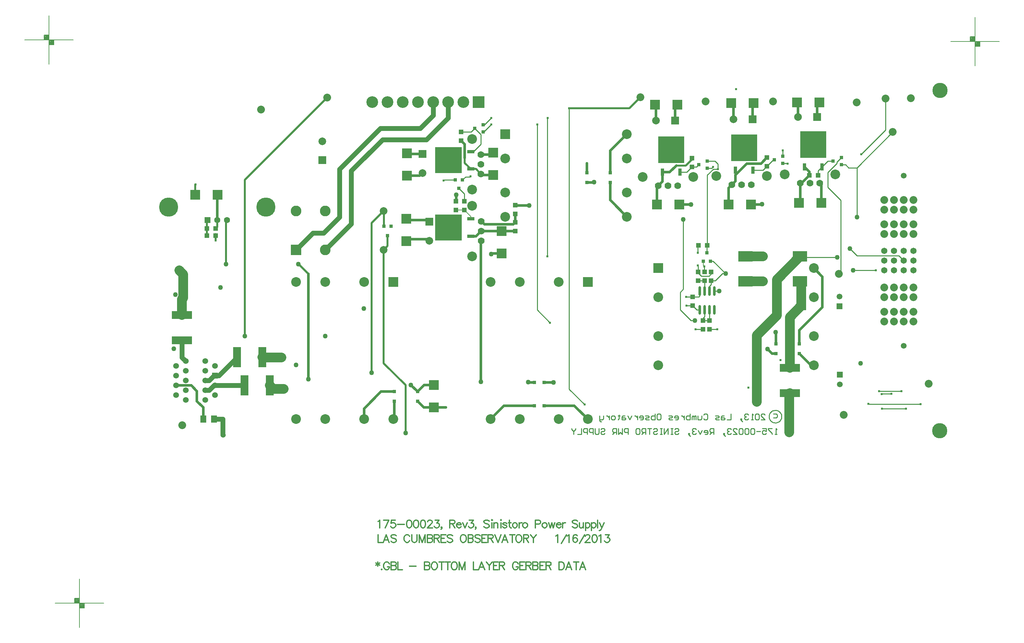
<source format=gbl>
%FSLAX23Y23*%
%MOIN*%
G70*
G01*
G75*
G04 Layer_Physical_Order=5*
G04 Layer_Color=16711680*
%ADD10O,0.024X0.079*%
%ADD11R,0.209X0.079*%
%ADD12O,0.014X0.067*%
%ADD13R,0.059X0.039*%
%ADD14R,0.036X0.036*%
%ADD15R,0.050X0.050*%
%ADD16C,0.050*%
%ADD17C,0.007*%
%ADD18C,0.010*%
%ADD19C,0.025*%
%ADD20C,0.100*%
%ADD21C,0.020*%
%ADD22C,0.012*%
%ADD23C,0.008*%
%ADD24C,0.012*%
%ADD25C,0.012*%
%ADD26C,0.100*%
%ADD27R,0.100X0.100*%
%ADD28R,0.100X0.100*%
%ADD29C,0.020*%
%ADD30R,0.063X0.063*%
%ADD31C,0.063*%
%ADD32C,0.070*%
%ADD33C,0.079*%
%ADD34R,0.110X0.110*%
%ADD35C,0.110*%
%ADD36C,0.080*%
%ADD37C,0.065*%
%ADD38C,0.059*%
%ADD39R,0.059X0.059*%
%ADD40R,0.059X0.059*%
%ADD41C,0.120*%
%ADD42R,0.120X0.120*%
%ADD43R,0.079X0.079*%
%ADD44R,0.079X0.079*%
%ADD45C,0.157*%
%ADD46C,0.197*%
%ADD47C,0.024*%
%ADD48C,0.050*%
%ADD49C,0.040*%
%ADD50C,0.005*%
G04:AMPARAMS|DCode=51|XSize=120mil|YSize=120mil|CornerRadius=0mil|HoleSize=0mil|Usage=FLASHONLY|Rotation=0.000|XOffset=0mil|YOffset=0mil|HoleType=Round|Shape=Relief|Width=10mil|Gap=10mil|Entries=4|*
%AMTHD51*
7,0,0,0.120,0.100,0.010,45*
%
%ADD51THD51*%
%ADD52C,0.059*%
%ADD53C,0.060*%
%ADD54C,0.067*%
%ADD55C,0.091*%
%ADD56C,0.072*%
%ADD57C,0.170*%
G04:AMPARAMS|DCode=58|XSize=112mil|YSize=112mil|CornerRadius=0mil|HoleSize=0mil|Usage=FLASHONLY|Rotation=0.000|XOffset=0mil|YOffset=0mil|HoleType=Round|Shape=Relief|Width=10mil|Gap=10mil|Entries=4|*
%AMTHD58*
7,0,0,0.112,0.092,0.010,45*
%
%ADD58THD58*%
%ADD59C,0.059*%
%ADD60C,0.055*%
%ADD61C,0.090*%
G04:AMPARAMS|DCode=62|XSize=95.433mil|YSize=95.433mil|CornerRadius=0mil|HoleSize=0mil|Usage=FLASHONLY|Rotation=0.000|XOffset=0mil|YOffset=0mil|HoleType=Round|Shape=Relief|Width=10mil|Gap=10mil|Entries=4|*
%AMTHD62*
7,0,0,0.095,0.075,0.010,45*
%
%ADD62THD62*%
G04:AMPARAMS|DCode=63|XSize=107.244mil|YSize=107.244mil|CornerRadius=0mil|HoleSize=0mil|Usage=FLASHONLY|Rotation=0.000|XOffset=0mil|YOffset=0mil|HoleType=Round|Shape=Relief|Width=10mil|Gap=10mil|Entries=4|*
%AMTHD63*
7,0,0,0.107,0.087,0.010,45*
%
%ADD63THD63*%
%ADD64C,0.030*%
G04:AMPARAMS|DCode=65|XSize=100mil|YSize=100mil|CornerRadius=0mil|HoleSize=0mil|Usage=FLASHONLY|Rotation=0.000|XOffset=0mil|YOffset=0mil|HoleType=Round|Shape=Relief|Width=10mil|Gap=10mil|Entries=4|*
%AMTHD65*
7,0,0,0.100,0.080,0.010,45*
%
%ADD65THD65*%
%ADD66C,0.186*%
%ADD67C,0.125*%
%ADD68C,0.048*%
G04:AMPARAMS|DCode=69|XSize=88mil|YSize=88mil|CornerRadius=0mil|HoleSize=0mil|Usage=FLASHONLY|Rotation=0.000|XOffset=0mil|YOffset=0mil|HoleType=Round|Shape=Relief|Width=10mil|Gap=10mil|Entries=4|*
%AMTHD69*
7,0,0,0.088,0.068,0.010,45*
%
%ADD69THD69*%
G04:AMPARAMS|DCode=70|XSize=70mil|YSize=70mil|CornerRadius=0mil|HoleSize=0mil|Usage=FLASHONLY|Rotation=0.000|XOffset=0mil|YOffset=0mil|HoleType=Round|Shape=Relief|Width=10mil|Gap=10mil|Entries=4|*
%AMTHD70*
7,0,0,0.070,0.050,0.010,45*
%
%ADD70THD70*%
%ADD71C,0.008*%
G04:AMPARAMS|DCode=72|XSize=99.37mil|YSize=99.37mil|CornerRadius=0mil|HoleSize=0mil|Usage=FLASHONLY|Rotation=0.000|XOffset=0mil|YOffset=0mil|HoleType=Round|Shape=Relief|Width=10mil|Gap=10mil|Entries=4|*
%AMTHD72*
7,0,0,0.099,0.079,0.010,45*
%
%ADD72THD72*%
%ADD73R,0.075X0.037*%
%ADD74R,0.272X0.268*%
%ADD75R,0.035X0.037*%
%ADD76R,0.035X0.037*%
%ADD77R,0.102X0.094*%
%ADD78R,0.063X0.075*%
%ADD79R,0.050X0.050*%
%ADD80O,0.028X0.098*%
%ADD81R,0.036X0.032*%
%ADD82R,0.150X0.106*%
%ADD83R,0.036X0.036*%
%ADD84R,0.037X0.075*%
%ADD85R,0.268X0.272*%
%ADD86R,0.079X0.209*%
%ADD87R,0.032X0.036*%
D11*
X24191Y16237D02*
D03*
Y16497D02*
D03*
X17943Y16778D02*
D03*
Y17038D02*
D03*
D14*
X23342Y18622D02*
D03*
X23256Y18585D02*
D03*
X23342Y18548D02*
D03*
X24118Y18598D02*
D03*
X24032Y18635D02*
D03*
X24118Y18672D02*
D03*
X24723Y18585D02*
D03*
X24637Y18622D02*
D03*
X24723Y18659D02*
D03*
X21038Y18997D02*
D03*
X20952Y18960D02*
D03*
X21038Y18923D02*
D03*
D15*
X23367Y16981D02*
D03*
Y16891D02*
D03*
X23300D02*
D03*
Y16981D02*
D03*
X23316Y17482D02*
D03*
Y17392D02*
D03*
X23191Y17135D02*
D03*
Y17225D02*
D03*
X23185Y18651D02*
D03*
Y18561D02*
D03*
X23956Y18658D02*
D03*
Y18568D02*
D03*
X20813Y18923D02*
D03*
Y18833D02*
D03*
X23383Y17391D02*
D03*
Y17481D02*
D03*
X23250Y17482D02*
D03*
Y17392D02*
D03*
X20759Y18209D02*
D03*
Y18119D02*
D03*
X21369Y17902D02*
D03*
Y17992D02*
D03*
X20847Y18118D02*
D03*
Y18208D02*
D03*
X21370Y18080D02*
D03*
Y18170D02*
D03*
D16*
X20524Y19091D02*
Y19228D01*
X20393Y18960D02*
X20524Y19091D01*
X20680Y19065D02*
Y19228D01*
X20457Y18842D02*
X20680Y19065D01*
X18221Y16264D02*
X18271Y16314D01*
X18221Y16364D02*
X18271Y16414D01*
X18321D02*
X18510Y16603D01*
Y16605D01*
X18272Y15968D02*
X18363D01*
Y15807D02*
Y15968D01*
Y15807D02*
X18365Y15805D01*
X19983Y18960D02*
X20393D01*
X19563Y18540D02*
X19983Y18960D01*
X19563Y18045D02*
Y18540D01*
X19400Y17882D02*
X19563Y18045D01*
X19288Y17882D02*
X19400D01*
X19116Y17710D02*
X19288Y17882D01*
X20004Y18842D02*
X20457D01*
X19683Y18521D02*
X20004Y18842D01*
X19683Y17977D02*
Y18521D01*
X19416Y17710D02*
X19683Y17977D01*
X19116Y18110D02*
X19120Y18114D01*
X17943Y16603D02*
Y16778D01*
Y16603D02*
X17982Y16564D01*
X18182Y16364D02*
X18221D01*
X18271Y16414D02*
X18282D01*
X18321D01*
X18182Y16264D02*
X18221D01*
X18271Y16314D02*
X18282D01*
X18585D01*
D17*
X23303Y17549D02*
Y17592D01*
X23303Y17548D02*
X23303Y17549D01*
D18*
X24107Y15995D02*
X24106Y16005D01*
X24104Y16014D01*
X24100Y16024D01*
X24095Y16032D01*
X24089Y16040D01*
X24082Y16046D01*
X24073Y16052D01*
X24064Y16056D01*
X24055Y16058D01*
X24045Y16060D01*
X24035Y16059D01*
X24025Y16057D01*
X24016Y16054D01*
X24007Y16049D01*
X23999Y16043D01*
X23992Y16036D01*
X23987Y16028D01*
X23982Y16019D01*
X23979Y16010D01*
X23978Y16000D01*
Y15990D01*
X23979Y15980D01*
X23982Y15971D01*
X23987Y15962D01*
X23992Y15954D01*
X23999Y15947D01*
X24007Y15941D01*
X24016Y15936D01*
X24025Y15933D01*
X24035Y15931D01*
X24045Y15930D01*
X24055Y15931D01*
X24064Y15934D01*
X24073Y15938D01*
X24082Y15943D01*
X24089Y15950D01*
X24095Y15958D01*
X24100Y15966D01*
X24104Y15975D01*
X24106Y15985D01*
X24107Y15995D01*
X24998Y16124D02*
X25000Y16122D01*
X25537D01*
X25138Y16075D02*
X25139Y16074D01*
X25384D01*
X25135Y16228D02*
X25236D01*
X25134Y16227D02*
X25135Y16228D01*
X25109Y16254D02*
X25338D01*
X24810Y17721D02*
X24882Y17649D01*
X25312D01*
X25362Y17598D01*
X23367Y16981D02*
Y17091D01*
X23300Y16981D02*
X23367D01*
X23300D02*
Y17005D01*
X23316Y17021D01*
Y17092D01*
X23366Y17285D02*
Y17336D01*
X23383Y17353D01*
Y17391D01*
X23426D01*
X23250Y17392D02*
X23316D01*
Y17285D02*
Y17392D01*
X23499Y17464D02*
X23531D01*
X23426Y17391D02*
X23499Y17464D01*
X23224Y16891D02*
X23300D01*
X23223Y16892D02*
X23224Y16891D01*
X23416Y17285D02*
X23464D01*
X23465Y17287D01*
X23128Y17135D02*
X23191D01*
X23234Y17092D02*
X23266D01*
X23191Y17135D02*
X23234Y17092D01*
X23124Y17225D02*
X23191D01*
X23266Y17237D02*
Y17285D01*
X23254Y17225D02*
X23266Y17237D01*
X23191Y17225D02*
X23254D01*
X23367Y16891D02*
X23443D01*
X23444Y16892D01*
X23247Y17749D02*
X23253Y17755D01*
X23247Y17679D02*
Y17749D01*
X23303Y17548D02*
X23312Y17539D01*
Y17486D02*
Y17539D01*
Y17486D02*
X23316Y17482D01*
X23250D02*
Y17546D01*
X23247Y17549D02*
X23250Y17546D01*
X24306Y17632D02*
X24680D01*
X24297Y17641D02*
X24306Y17632D01*
X21923Y16276D02*
Y19167D01*
Y16276D02*
X22081Y16118D01*
Y16115D02*
Y16118D01*
X24881Y18553D02*
X25250Y18922D01*
X24881Y18047D02*
Y18553D01*
X23096Y17305D02*
Y18021D01*
X23064Y17273D02*
X23096Y17305D01*
X23064Y17091D02*
Y17273D01*
Y17091D02*
X23174Y16981D01*
X23215D01*
X23250Y17471D02*
Y17482D01*
Y17471D02*
X23281Y17440D01*
X23362D01*
X23383Y17461D01*
Y17481D01*
X23403Y17592D02*
X23531Y17464D01*
X23377Y17592D02*
X23403D01*
X23340Y17678D02*
Y17752D01*
X23343Y17755D01*
X24118Y18598D02*
X24169D01*
X24170Y18597D01*
X24023Y18635D02*
X24032D01*
X23956Y18568D02*
X24023Y18635D01*
X23916Y18528D02*
X23956Y18568D01*
X23811Y18528D02*
X23916D01*
X24582Y18622D02*
X24637D01*
X24523Y18562D02*
X24582Y18622D01*
X24482Y18522D02*
X24523Y18562D01*
X24482Y18476D02*
Y18522D01*
X24723Y18585D02*
X24765D01*
X24797Y18553D01*
X24881D01*
X23232Y18561D02*
X23256Y18585D01*
X23185Y18561D02*
X23232D01*
X23132Y18508D02*
X23185Y18561D01*
X23063Y18508D02*
X23132D01*
X23342Y18548D02*
X23389D01*
X23403Y18562D01*
X20827Y18428D02*
X20859Y18460D01*
X20905D02*
X20910Y18465D01*
X20859Y18460D02*
X20905D01*
X20847Y18208D02*
Y18285D01*
X20790Y18342D02*
X20847Y18285D01*
X20915Y18923D02*
X20952Y18960D01*
X20813Y18923D02*
X20915D01*
X21038D02*
X21045D01*
X21121Y18999D01*
X21595Y17091D02*
Y18998D01*
Y17091D02*
X21727Y16959D01*
X20911Y18720D02*
X20940D01*
X21015Y18796D01*
Y18896D01*
X20952Y18959D02*
X21015Y18896D01*
X20952Y18959D02*
Y18960D01*
X24675Y18611D02*
X24723Y18659D01*
X24675Y18598D02*
Y18611D01*
X24582Y18505D02*
X24675Y18598D01*
X24582Y18353D02*
Y18505D01*
Y18353D02*
X24715Y18220D01*
Y17482D02*
Y18220D01*
X24696Y17463D02*
X24715Y17482D01*
X21699Y17641D02*
Y19060D01*
X21703Y19064D01*
X21052Y18997D02*
X21121Y19066D01*
X21038Y18997D02*
X21052D01*
X20637Y18428D02*
X20753D01*
X20632Y18423D02*
X20637Y18428D01*
X24927Y18693D02*
X25176Y18942D01*
Y19266D01*
X24118Y18672D02*
Y18732D01*
X23342Y18622D02*
X23423D01*
X23452Y18593D01*
Y18540D02*
Y18593D01*
X23343Y17755D02*
Y18479D01*
X23404Y18540D01*
X23452D01*
X25076Y17499D02*
X25077Y17500D01*
X24843Y17499D02*
X25076D01*
X23895Y15961D02*
X23935D01*
X23895Y16001D01*
Y16011D01*
X23905Y16021D01*
X23925D01*
X23935Y16011D01*
X23875D02*
X23865Y16021D01*
X23845D01*
X23835Y16011D01*
Y15971D01*
X23845Y15961D01*
X23865D01*
X23875Y15971D01*
Y16011D01*
X23815Y15961D02*
X23795D01*
X23805D01*
Y16021D01*
X23815Y16011D01*
X23765D02*
X23755Y16021D01*
X23735D01*
X23725Y16011D01*
Y16001D01*
X23735Y15991D01*
X23745D01*
X23735D01*
X23725Y15981D01*
Y15971D01*
X23735Y15961D01*
X23755D01*
X23765Y15971D01*
X23695Y15951D02*
X23685Y15961D01*
Y15971D01*
X23695D01*
Y15961D01*
X23685D01*
X23695Y15951D01*
X23705Y15941D01*
X23585Y16021D02*
Y15961D01*
X23545D01*
X23515Y16001D02*
X23495D01*
X23485Y15991D01*
Y15961D01*
X23515D01*
X23525Y15971D01*
X23515Y15981D01*
X23485D01*
X23465Y15961D02*
X23435D01*
X23425Y15971D01*
X23435Y15981D01*
X23455D01*
X23465Y15991D01*
X23455Y16001D01*
X23425D01*
X23305Y16011D02*
X23315Y16021D01*
X23335D01*
X23345Y16011D01*
Y15971D01*
X23335Y15961D01*
X23315D01*
X23305Y15971D01*
X23285Y16001D02*
Y15971D01*
X23275Y15961D01*
X23245D01*
Y16001D01*
X23225Y15961D02*
Y16001D01*
X23215D01*
X23205Y15991D01*
Y15961D01*
Y15991D01*
X23195Y16001D01*
X23185Y15991D01*
Y15961D01*
X23165Y16021D02*
Y15961D01*
X23135D01*
X23125Y15971D01*
Y15981D01*
Y15991D01*
X23135Y16001D01*
X23165D01*
X23105D02*
Y15961D01*
Y15981D01*
X23095Y15991D01*
X23085Y16001D01*
X23075D01*
X23015Y15961D02*
X23035D01*
X23045Y15971D01*
Y15991D01*
X23035Y16001D01*
X23015D01*
X23005Y15991D01*
Y15981D01*
X23045D01*
X22985Y15961D02*
X22955D01*
X22945Y15971D01*
X22955Y15981D01*
X22975D01*
X22985Y15991D01*
X22975Y16001D01*
X22945D01*
X22836Y16021D02*
X22856D01*
X22866Y16011D01*
Y15971D01*
X22856Y15961D01*
X22836D01*
X22826Y15971D01*
Y16011D01*
X22836Y16021D01*
X22806D02*
Y15961D01*
X22776D01*
X22766Y15971D01*
Y15981D01*
Y15991D01*
X22776Y16001D01*
X22806D01*
X22746Y15961D02*
X22716D01*
X22706Y15971D01*
X22716Y15981D01*
X22736D01*
X22746Y15991D01*
X22736Y16001D01*
X22706D01*
X22656Y15961D02*
X22676D01*
X22686Y15971D01*
Y15991D01*
X22676Y16001D01*
X22656D01*
X22646Y15991D01*
Y15981D01*
X22686D01*
X22626Y16001D02*
Y15961D01*
Y15981D01*
X22616Y15991D01*
X22606Y16001D01*
X22596D01*
X22566D02*
X22546Y15961D01*
X22526Y16001D01*
X22496D02*
X22476D01*
X22466Y15991D01*
Y15961D01*
X22496D01*
X22506Y15971D01*
X22496Y15981D01*
X22466D01*
X22436Y16011D02*
Y16001D01*
X22446D01*
X22426D01*
X22436D01*
Y15971D01*
X22426Y15961D01*
X22386D02*
X22366D01*
X22356Y15971D01*
Y15991D01*
X22366Y16001D01*
X22386D01*
X22396Y15991D01*
Y15971D01*
X22386Y15961D01*
X22336Y16001D02*
Y15961D01*
Y15981D01*
X22326Y15991D01*
X22316Y16001D01*
X22306D01*
X22276D02*
Y15971D01*
X22266Y15961D01*
X22236D01*
Y15951D01*
X22246Y15941D01*
X22256D01*
X22236Y15961D02*
Y16001D01*
X24023Y16022D02*
X24053D01*
X24063Y16012D01*
Y15992D01*
X24053Y15982D01*
X24023D01*
X24058Y15812D02*
X24038D01*
X24048D01*
Y15872D01*
X24058Y15862D01*
X24008Y15872D02*
X23968D01*
Y15862D01*
X24008Y15822D01*
Y15812D01*
X23908Y15872D02*
X23948D01*
Y15842D01*
X23928Y15852D01*
X23918D01*
X23908Y15842D01*
Y15822D01*
X23918Y15812D01*
X23938D01*
X23948Y15822D01*
X23888Y15842D02*
X23848D01*
X23828Y15862D02*
X23818Y15872D01*
X23798D01*
X23788Y15862D01*
Y15822D01*
X23798Y15812D01*
X23818D01*
X23828Y15822D01*
Y15862D01*
X23768D02*
X23758Y15872D01*
X23738D01*
X23728Y15862D01*
Y15822D01*
X23738Y15812D01*
X23758D01*
X23768Y15822D01*
Y15862D01*
X23708D02*
X23698Y15872D01*
X23678D01*
X23668Y15862D01*
Y15822D01*
X23678Y15812D01*
X23698D01*
X23708Y15822D01*
Y15862D01*
X23608Y15812D02*
X23648D01*
X23608Y15852D01*
Y15862D01*
X23618Y15872D01*
X23638D01*
X23648Y15862D01*
X23588D02*
X23578Y15872D01*
X23558D01*
X23548Y15862D01*
Y15852D01*
X23558Y15842D01*
X23568D01*
X23558D01*
X23548Y15832D01*
Y15822D01*
X23558Y15812D01*
X23578D01*
X23588Y15822D01*
X23518Y15802D02*
X23508Y15812D01*
Y15822D01*
X23518D01*
Y15812D01*
X23508D01*
X23518Y15802D01*
X23528Y15792D01*
X23408Y15812D02*
Y15872D01*
X23378D01*
X23368Y15862D01*
Y15842D01*
X23378Y15832D01*
X23408D01*
X23388D02*
X23368Y15812D01*
X23318D02*
X23338D01*
X23348Y15822D01*
Y15842D01*
X23338Y15852D01*
X23318D01*
X23308Y15842D01*
Y15832D01*
X23348D01*
X23288Y15852D02*
X23268Y15812D01*
X23248Y15852D01*
X23228Y15862D02*
X23218Y15872D01*
X23198D01*
X23188Y15862D01*
Y15852D01*
X23198Y15842D01*
X23208D01*
X23198D01*
X23188Y15832D01*
Y15822D01*
X23198Y15812D01*
X23218D01*
X23228Y15822D01*
X23158Y15802D02*
X23148Y15812D01*
Y15822D01*
X23158D01*
Y15812D01*
X23148D01*
X23158Y15802D01*
X23168Y15792D01*
X23008Y15862D02*
X23018Y15872D01*
X23038D01*
X23048Y15862D01*
Y15852D01*
X23038Y15842D01*
X23018D01*
X23008Y15832D01*
Y15822D01*
X23018Y15812D01*
X23038D01*
X23048Y15822D01*
X22989Y15872D02*
X22969D01*
X22979D01*
Y15812D01*
X22989D01*
X22969D01*
X22939D02*
Y15872D01*
X22899Y15812D01*
Y15872D01*
X22879D02*
X22859D01*
X22869D01*
Y15812D01*
X22879D01*
X22859D01*
X22789Y15862D02*
X22799Y15872D01*
X22819D01*
X22829Y15862D01*
Y15852D01*
X22819Y15842D01*
X22799D01*
X22789Y15832D01*
Y15822D01*
X22799Y15812D01*
X22819D01*
X22829Y15822D01*
X22769Y15872D02*
X22729D01*
X22749D01*
Y15812D01*
X22709D02*
Y15872D01*
X22679D01*
X22669Y15862D01*
Y15842D01*
X22679Y15832D01*
X22709D01*
X22689D02*
X22669Y15812D01*
X22619Y15872D02*
X22639D01*
X22649Y15862D01*
Y15822D01*
X22639Y15812D01*
X22619D01*
X22609Y15822D01*
Y15862D01*
X22619Y15872D01*
X22529Y15812D02*
Y15872D01*
X22499D01*
X22489Y15862D01*
Y15842D01*
X22499Y15832D01*
X22529D01*
X22469Y15872D02*
Y15812D01*
X22449Y15832D01*
X22429Y15812D01*
Y15872D01*
X22409Y15812D02*
Y15872D01*
X22379D01*
X22369Y15862D01*
Y15842D01*
X22379Y15832D01*
X22409D01*
X22389D02*
X22369Y15812D01*
X22249Y15862D02*
X22259Y15872D01*
X22279D01*
X22289Y15862D01*
Y15852D01*
X22279Y15842D01*
X22259D01*
X22249Y15832D01*
Y15822D01*
X22259Y15812D01*
X22279D01*
X22289Y15822D01*
X22229Y15872D02*
Y15822D01*
X22219Y15812D01*
X22199D01*
X22189Y15822D01*
Y15872D01*
X22169Y15812D02*
Y15872D01*
X22139D01*
X22129Y15862D01*
Y15842D01*
X22139Y15832D01*
X22169D01*
X22109Y15812D02*
Y15872D01*
X22079D01*
X22069Y15862D01*
Y15842D01*
X22079Y15832D01*
X22109D01*
X22049Y15872D02*
Y15812D01*
X22009D01*
X21989Y15872D02*
Y15862D01*
X21969Y15842D01*
X21949Y15862D01*
Y15872D01*
X21969Y15842D02*
Y15812D01*
D19*
X24299Y18395D02*
X24311D01*
X24392Y18476D01*
Y18513D01*
X24343Y18562D02*
X24392Y18513D01*
X24299Y18208D02*
Y18395D01*
X24284Y18193D02*
X24299Y18208D01*
X24514Y18193D02*
Y18380D01*
X24499Y18395D02*
X24514Y18380D01*
X24275Y19077D02*
Y19208D01*
X24265Y19218D02*
X24275Y19208D01*
X24472Y19195D02*
X24495Y19218D01*
X24472Y19077D02*
Y19195D01*
X18162Y15968D02*
Y16088D01*
X19815Y15970D02*
Y16076D01*
X19990Y16251D01*
X20126D01*
X20126Y15981D02*
Y16151D01*
X20115Y15970D02*
X20126Y15981D01*
X20366Y16151D02*
X20429Y16088D01*
X20532D01*
X20366Y16251D02*
X20433Y16318D01*
X20532D01*
X21114Y15970D02*
X21251Y16107D01*
X21566D01*
X21666Y16107D02*
X21977D01*
X22114Y15970D01*
X20532Y16088D02*
X20657D01*
X19242Y16379D02*
Y17461D01*
X20296Y16320D02*
X20297D01*
X20366Y16251D01*
X21666Y16347D02*
X21763D01*
X21763Y16347D01*
X20249Y17799D02*
X20269Y17819D01*
X20249Y18029D02*
X20262Y18016D01*
X20261Y18696D02*
X20415D01*
X20256Y18701D02*
X20261Y18696D01*
X21016Y18690D02*
X21124D01*
X21142Y18708D01*
X21505Y16347D02*
X21566D01*
X21502Y16350D02*
X21505Y16347D01*
X21015Y16353D02*
Y17799D01*
X21019Y17803D01*
X22344Y18221D02*
Y18401D01*
Y18221D02*
X22515Y18050D01*
X22344Y18501D02*
Y18729D01*
X22515Y18900D01*
X22104Y18501D02*
Y18599D01*
X20387Y18471D02*
X20415Y18499D01*
X20256Y18471D02*
X20387D01*
X22104Y18401D02*
X22176D01*
X22179Y18404D01*
X24289Y16642D02*
X24410Y16521D01*
X24439D01*
X24289Y16742D02*
Y16881D01*
X24527Y17119D01*
Y17433D01*
X24439Y17521D02*
X24527Y17433D01*
X24010Y16642D02*
X24049D01*
X23962Y16690D02*
X24010Y16642D01*
X23808Y19051D02*
Y19207D01*
X23819Y19218D01*
X23611Y19051D02*
Y19196D01*
X23589Y19218D02*
X23611Y19196D01*
X24049Y16742D02*
Y16859D01*
X24047Y16861D02*
X24049Y16859D01*
X21028Y18478D02*
X21142D01*
X20850Y18656D02*
Y18796D01*
X20813Y18833D02*
X20850Y18796D01*
X21016Y18490D02*
X21028Y18478D01*
X20912Y17849D02*
X20964D01*
X21019Y17903D01*
X20761Y18211D02*
Y18274D01*
X20759Y18209D02*
X20761Y18211D01*
X21021Y17901D02*
X21229D01*
X21019Y17903D02*
X21021Y17901D01*
X21229D02*
X21368D01*
X21369Y17902D01*
X21370Y17993D02*
Y18080D01*
X21051Y17971D02*
X21348D01*
X21019Y18003D02*
X21051Y17971D01*
X21348D02*
X21369Y17992D01*
X21370Y17993D01*
Y18170D02*
X21376Y18164D01*
X21511D01*
X21128Y17671D02*
X21229D01*
X21123Y17666D02*
X21128Y17671D01*
X23561Y18176D02*
Y18344D01*
X23631Y18414D02*
Y18479D01*
X23561Y18344D02*
X23595Y18378D01*
X23631Y18414D01*
X23791Y18176D02*
X23902D01*
X23906Y18180D01*
X22824Y18176D02*
Y18354D01*
X22883Y18413D02*
Y18508D01*
X22824Y18354D02*
X22839Y18369D01*
X22883Y18413D01*
X23054Y18176D02*
X23175D01*
X23176Y18177D01*
X22815Y19038D02*
Y19193D01*
X22807Y19201D02*
X22815Y19193D01*
X23012Y19038D02*
Y19175D01*
X23037Y19201D01*
X23631Y18479D02*
X23749Y18597D01*
X23895D01*
X23956Y18658D01*
X22883Y18508D02*
X22955D01*
X23024Y18577D01*
X23185Y18640D02*
Y18651D01*
X20262Y18016D02*
X20468D01*
X20486Y17998D01*
X20269Y17819D02*
X20468D01*
X20486Y17801D01*
X18304Y18014D02*
Y18270D01*
X18310Y18276D01*
X18097Y16153D02*
X18162Y16088D01*
X18097Y16153D02*
Y16257D01*
X18040Y16314D02*
X18097Y16257D01*
X17882Y16314D02*
X18040D01*
D20*
X23737Y17385D02*
X23915D01*
X23737Y17641D02*
X23915D01*
X24058Y17402D02*
X24297Y17641D01*
X23852Y16145D02*
Y16829D01*
X24058Y17035D01*
Y17135D01*
Y17402D01*
X24186Y15832D02*
Y16232D01*
X24191Y16237D01*
Y16497D02*
Y17016D01*
X24310Y17135D01*
Y17372D01*
X24297Y17385D02*
X24310Y17372D01*
X17943Y17038D02*
Y17203D01*
X17957Y17217D01*
Y17456D01*
X17915Y17498D02*
X17957Y17456D01*
X18845Y16314D02*
X18879Y16280D01*
X18990D01*
X18770Y16605D02*
X18772Y16603D01*
X18965D01*
D21*
X23024Y18577D02*
X23122D01*
X23185Y18640D01*
X18200Y17857D02*
Y18014D01*
X18290Y17806D02*
Y17873D01*
X19142Y17561D02*
X19242Y17461D01*
X19140Y17561D02*
X19142D01*
X18395D02*
Y18014D01*
X18080Y18276D02*
Y18382D01*
X18081Y18383D01*
X20055Y17749D02*
Y17855D01*
X20016Y17710D02*
X20055Y17749D01*
X20018Y17953D02*
Y18108D01*
X20016Y18110D02*
X20018Y18108D01*
X20016Y16543D02*
Y17710D01*
Y16543D02*
X20241Y16318D01*
Y15827D02*
Y16318D01*
X19891Y17985D02*
X20016Y18110D01*
X19891Y16446D02*
Y17985D01*
X21923Y19167D02*
X22543D01*
X22655Y19279D01*
X18590Y16822D02*
Y18430D01*
X19437Y19277D01*
X20911Y18541D02*
X20965D01*
X21016Y18490D01*
X20850Y18602D02*
X20911Y18541D01*
X20850Y18602D02*
Y18656D01*
X18304Y17943D02*
Y18014D01*
X18290Y17929D02*
X18304Y17943D01*
D22*
X19956Y14499D02*
Y14454D01*
X19937Y14488D02*
X19975Y14465D01*
Y14488D02*
X19937Y14465D01*
X19995Y14427D02*
X19991Y14423D01*
X19995Y14419D01*
X19999Y14423D01*
X19995Y14427D01*
X20074Y14480D02*
X20070Y14488D01*
X20062Y14496D01*
X20055Y14499D01*
X20039D01*
X20032Y14496D01*
X20024Y14488D01*
X20020Y14480D01*
X20017Y14469D01*
Y14450D01*
X20020Y14439D01*
X20024Y14431D01*
X20032Y14423D01*
X20039Y14419D01*
X20055D01*
X20062Y14423D01*
X20070Y14431D01*
X20074Y14439D01*
Y14450D01*
X20055D02*
X20074D01*
X20092Y14499D02*
Y14419D01*
Y14499D02*
X20126D01*
X20138Y14496D01*
X20142Y14492D01*
X20145Y14484D01*
Y14477D01*
X20142Y14469D01*
X20138Y14465D01*
X20126Y14461D01*
X20092D02*
X20126D01*
X20138Y14458D01*
X20142Y14454D01*
X20145Y14446D01*
Y14435D01*
X20142Y14427D01*
X20138Y14423D01*
X20126Y14419D01*
X20092D01*
X20163Y14499D02*
Y14419D01*
X20209D01*
X20281Y14454D02*
X20349D01*
X20436Y14499D02*
Y14419D01*
Y14499D02*
X20470D01*
X20481Y14496D01*
X20485Y14492D01*
X20489Y14484D01*
Y14477D01*
X20485Y14469D01*
X20481Y14465D01*
X20470Y14461D01*
X20436D02*
X20470D01*
X20481Y14458D01*
X20485Y14454D01*
X20489Y14446D01*
Y14435D01*
X20485Y14427D01*
X20481Y14423D01*
X20470Y14419D01*
X20436D01*
X20530Y14499D02*
X20522Y14496D01*
X20514Y14488D01*
X20511Y14480D01*
X20507Y14469D01*
Y14450D01*
X20511Y14439D01*
X20514Y14431D01*
X20522Y14423D01*
X20530Y14419D01*
X20545D01*
X20553Y14423D01*
X20560Y14431D01*
X20564Y14439D01*
X20568Y14450D01*
Y14469D01*
X20564Y14480D01*
X20560Y14488D01*
X20553Y14496D01*
X20545Y14499D01*
X20530D01*
X20613D02*
Y14419D01*
X20586Y14499D02*
X20640D01*
X20676D02*
Y14419D01*
X20649Y14499D02*
X20703D01*
X20735D02*
X20727Y14496D01*
X20720Y14488D01*
X20716Y14480D01*
X20712Y14469D01*
Y14450D01*
X20716Y14439D01*
X20720Y14431D01*
X20727Y14423D01*
X20735Y14419D01*
X20750D01*
X20758Y14423D01*
X20765Y14431D01*
X20769Y14439D01*
X20773Y14450D01*
Y14469D01*
X20769Y14480D01*
X20765Y14488D01*
X20758Y14496D01*
X20750Y14499D01*
X20735D01*
X20792D02*
Y14419D01*
Y14499D02*
X20822Y14419D01*
X20853Y14499D02*
X20822Y14419D01*
X20853Y14499D02*
Y14419D01*
X20938Y14499D02*
Y14419D01*
X20984D01*
X21054D02*
X21023Y14499D01*
X20993Y14419D01*
X21004Y14446D02*
X21042D01*
X21072Y14499D02*
X21103Y14461D01*
Y14419D01*
X21133Y14499D02*
X21103Y14461D01*
X21193Y14499D02*
X21144D01*
Y14419D01*
X21193D01*
X21144Y14461D02*
X21174D01*
X21206Y14499D02*
Y14419D01*
Y14499D02*
X21241D01*
X21252Y14496D01*
X21256Y14492D01*
X21260Y14484D01*
Y14477D01*
X21256Y14469D01*
X21252Y14465D01*
X21241Y14461D01*
X21206D01*
X21233D02*
X21260Y14419D01*
X21398Y14480D02*
X21394Y14488D01*
X21386Y14496D01*
X21379Y14499D01*
X21363D01*
X21356Y14496D01*
X21348Y14488D01*
X21344Y14480D01*
X21341Y14469D01*
Y14450D01*
X21344Y14439D01*
X21348Y14431D01*
X21356Y14423D01*
X21363Y14419D01*
X21379D01*
X21386Y14423D01*
X21394Y14431D01*
X21398Y14439D01*
Y14450D01*
X21379D02*
X21398D01*
X21465Y14499D02*
X21416D01*
Y14419D01*
X21465D01*
X21416Y14461D02*
X21446D01*
X21479Y14499D02*
Y14419D01*
Y14499D02*
X21513D01*
X21524Y14496D01*
X21528Y14492D01*
X21532Y14484D01*
Y14477D01*
X21528Y14469D01*
X21524Y14465D01*
X21513Y14461D01*
X21479D01*
X21505D02*
X21532Y14419D01*
X21550Y14499D02*
Y14419D01*
Y14499D02*
X21584D01*
X21596Y14496D01*
X21600Y14492D01*
X21603Y14484D01*
Y14477D01*
X21600Y14469D01*
X21596Y14465D01*
X21584Y14461D01*
X21550D02*
X21584D01*
X21596Y14458D01*
X21600Y14454D01*
X21603Y14446D01*
Y14435D01*
X21600Y14427D01*
X21596Y14423D01*
X21584Y14419D01*
X21550D01*
X21671Y14499D02*
X21621D01*
Y14419D01*
X21671D01*
X21621Y14461D02*
X21652D01*
X21684Y14499D02*
Y14419D01*
Y14499D02*
X21718D01*
X21730Y14496D01*
X21734Y14492D01*
X21737Y14484D01*
Y14477D01*
X21734Y14469D01*
X21730Y14465D01*
X21718Y14461D01*
X21684D01*
X21711D02*
X21737Y14419D01*
X21818Y14499D02*
Y14419D01*
Y14499D02*
X21845D01*
X21856Y14496D01*
X21864Y14488D01*
X21868Y14480D01*
X21871Y14469D01*
Y14450D01*
X21868Y14439D01*
X21864Y14431D01*
X21856Y14423D01*
X21845Y14419D01*
X21818D01*
X21950D02*
X21920Y14499D01*
X21889Y14419D01*
X21901Y14446D02*
X21939D01*
X21996Y14499D02*
Y14419D01*
X21969Y14499D02*
X22022D01*
X22093Y14419D02*
X22062Y14499D01*
X22032Y14419D01*
X22043Y14446D02*
X22081D01*
D23*
X20759Y18119D02*
X20846D01*
X20847Y18118D01*
X20912Y18053D01*
Y18028D02*
Y18053D01*
X16640Y14077D02*
X17140D01*
X16890Y13827D02*
Y14327D01*
X16840Y14077D02*
Y14127D01*
X16890D01*
X16940Y14027D02*
Y14077D01*
X16890Y14027D02*
X16940D01*
X16895Y14072D02*
X16935D01*
Y14032D02*
Y14072D01*
X16895Y14032D02*
X16935D01*
X16895D02*
Y14072D01*
X16900Y14067D02*
X16930D01*
Y14037D02*
Y14067D01*
X16900Y14037D02*
X16930D01*
X16900D02*
Y14062D01*
X16905D02*
X16925D01*
Y14042D02*
Y14062D01*
X16905Y14042D02*
X16925D01*
X16905D02*
Y14057D01*
X16910D02*
X16920D01*
Y14047D02*
Y14057D01*
X16910Y14047D02*
X16920D01*
X16910D02*
Y14057D01*
Y14052D02*
X16920D01*
X16845Y14122D02*
X16885D01*
Y14082D02*
Y14122D01*
X16845Y14082D02*
X16885D01*
X16845D02*
Y14122D01*
X16850Y14117D02*
X16880D01*
Y14087D02*
Y14117D01*
X16850Y14087D02*
X16880D01*
X16850D02*
Y14112D01*
X16855D02*
X16875D01*
Y14092D02*
Y14112D01*
X16855Y14092D02*
X16875D01*
X16855D02*
Y14107D01*
X16860D02*
X16870D01*
Y14097D02*
Y14107D01*
X16860Y14097D02*
X16870D01*
X16860D02*
Y14107D01*
Y14102D02*
X16870D01*
X16327Y19868D02*
X16827D01*
X16577Y19618D02*
Y20118D01*
X16527Y19868D02*
Y19918D01*
X16577D01*
X16627Y19818D02*
Y19868D01*
X16577Y19818D02*
X16627D01*
X16582Y19863D02*
X16622D01*
Y19823D02*
Y19863D01*
X16582Y19823D02*
X16622D01*
X16582D02*
Y19863D01*
X16587Y19858D02*
X16617D01*
Y19828D02*
Y19858D01*
X16587Y19828D02*
X16617D01*
X16587D02*
Y19853D01*
X16592D02*
X16612D01*
Y19833D02*
Y19853D01*
X16592Y19833D02*
X16612D01*
X16592D02*
Y19848D01*
X16597D02*
X16607D01*
Y19838D02*
Y19848D01*
X16597Y19838D02*
X16607D01*
X16597D02*
Y19848D01*
Y19843D02*
X16607D01*
X16532Y19913D02*
X16572D01*
Y19873D02*
Y19913D01*
X16532Y19873D02*
X16572D01*
X16532D02*
Y19913D01*
X16537Y19908D02*
X16567D01*
Y19878D02*
Y19908D01*
X16537Y19878D02*
X16567D01*
X16537D02*
Y19903D01*
X16542D02*
X16562D01*
Y19883D02*
Y19903D01*
X16542Y19883D02*
X16562D01*
X16542D02*
Y19898D01*
X16547D02*
X16557D01*
Y19888D02*
Y19898D01*
X16547Y19888D02*
X16557D01*
X16547D02*
Y19898D01*
Y19893D02*
X16557D01*
X25846Y19852D02*
X26346D01*
X26096Y19602D02*
Y20102D01*
X26046Y19852D02*
Y19902D01*
X26096D01*
X26146Y19802D02*
Y19852D01*
X26096Y19802D02*
X26146D01*
X26101Y19847D02*
X26141D01*
Y19807D02*
Y19847D01*
X26101Y19807D02*
X26141D01*
X26101D02*
Y19847D01*
X26106Y19842D02*
X26136D01*
Y19812D02*
Y19842D01*
X26106Y19812D02*
X26136D01*
X26106D02*
Y19837D01*
X26111D02*
X26131D01*
Y19817D02*
Y19837D01*
X26111Y19817D02*
X26131D01*
X26111D02*
Y19832D01*
X26116D02*
X26126D01*
Y19822D02*
Y19832D01*
X26116Y19822D02*
X26126D01*
X26116D02*
Y19832D01*
Y19827D02*
X26126D01*
X26051Y19897D02*
X26091D01*
Y19857D02*
Y19897D01*
X26051Y19857D02*
X26091D01*
X26051D02*
Y19897D01*
X26056Y19892D02*
X26086D01*
Y19862D02*
Y19892D01*
X26056Y19862D02*
X26086D01*
X26056D02*
Y19887D01*
X26061D02*
X26081D01*
Y19867D02*
Y19887D01*
X26061Y19867D02*
X26081D01*
X26061D02*
Y19882D01*
X26066D02*
X26076D01*
Y19872D02*
Y19882D01*
X26066Y19872D02*
X26076D01*
X26066D02*
Y19882D01*
Y19877D02*
X26076D01*
D24*
X19958Y14915D02*
X19966Y14919D01*
X19977Y14930D01*
Y14850D01*
X20070Y14930D02*
X20032Y14850D01*
X20017Y14930D02*
X20070D01*
X20134D02*
X20096D01*
X20092Y14896D01*
X20096Y14900D01*
X20107Y14903D01*
X20118D01*
X20130Y14900D01*
X20137Y14892D01*
X20141Y14881D01*
Y14873D01*
X20137Y14861D01*
X20130Y14854D01*
X20118Y14850D01*
X20107D01*
X20096Y14854D01*
X20092Y14858D01*
X20088Y14865D01*
X20159Y14884D02*
X20228D01*
X20274Y14930D02*
X20263Y14926D01*
X20255Y14915D01*
X20251Y14896D01*
Y14884D01*
X20255Y14865D01*
X20263Y14854D01*
X20274Y14850D01*
X20282D01*
X20293Y14854D01*
X20301Y14865D01*
X20305Y14884D01*
Y14896D01*
X20301Y14915D01*
X20293Y14926D01*
X20282Y14930D01*
X20274D01*
X20345D02*
X20334Y14926D01*
X20326Y14915D01*
X20323Y14896D01*
Y14884D01*
X20326Y14865D01*
X20334Y14854D01*
X20345Y14850D01*
X20353D01*
X20364Y14854D01*
X20372Y14865D01*
X20376Y14884D01*
Y14896D01*
X20372Y14915D01*
X20364Y14926D01*
X20353Y14930D01*
X20345D01*
X20417D02*
X20405Y14926D01*
X20398Y14915D01*
X20394Y14896D01*
Y14884D01*
X20398Y14865D01*
X20405Y14854D01*
X20417Y14850D01*
X20424D01*
X20436Y14854D01*
X20443Y14865D01*
X20447Y14884D01*
Y14896D01*
X20443Y14915D01*
X20436Y14926D01*
X20424Y14930D01*
X20417D01*
X20469Y14911D02*
Y14915D01*
X20473Y14922D01*
X20476Y14926D01*
X20484Y14930D01*
X20499D01*
X20507Y14926D01*
X20511Y14922D01*
X20515Y14915D01*
Y14907D01*
X20511Y14900D01*
X20503Y14888D01*
X20465Y14850D01*
X20518D01*
X20544Y14930D02*
X20586D01*
X20563Y14900D01*
X20574D01*
X20582Y14896D01*
X20586Y14892D01*
X20590Y14881D01*
Y14873D01*
X20586Y14861D01*
X20578Y14854D01*
X20567Y14850D01*
X20555D01*
X20544Y14854D01*
X20540Y14858D01*
X20536Y14865D01*
X20615Y14854D02*
X20611Y14850D01*
X20607Y14854D01*
X20611Y14858D01*
X20615Y14854D01*
Y14846D01*
X20611Y14839D01*
X20607Y14835D01*
X20695Y14930D02*
Y14850D01*
Y14930D02*
X20730D01*
X20741Y14926D01*
X20745Y14922D01*
X20749Y14915D01*
Y14907D01*
X20745Y14900D01*
X20741Y14896D01*
X20730Y14892D01*
X20695D01*
X20722D02*
X20749Y14850D01*
X20767Y14881D02*
X20812D01*
Y14888D01*
X20809Y14896D01*
X20805Y14900D01*
X20797Y14903D01*
X20786D01*
X20778Y14900D01*
X20770Y14892D01*
X20767Y14881D01*
Y14873D01*
X20770Y14861D01*
X20778Y14854D01*
X20786Y14850D01*
X20797D01*
X20805Y14854D01*
X20812Y14861D01*
X20829Y14903D02*
X20852Y14850D01*
X20875Y14903D02*
X20852Y14850D01*
X20896Y14930D02*
X20938D01*
X20915Y14900D01*
X20926D01*
X20934Y14896D01*
X20938Y14892D01*
X20941Y14881D01*
Y14873D01*
X20938Y14861D01*
X20930Y14854D01*
X20919Y14850D01*
X20907D01*
X20896Y14854D01*
X20892Y14858D01*
X20888Y14865D01*
X20967Y14854D02*
X20963Y14850D01*
X20959Y14854D01*
X20963Y14858D01*
X20967Y14854D01*
Y14846D01*
X20963Y14839D01*
X20959Y14835D01*
X21101Y14919D02*
X21093Y14926D01*
X21082Y14930D01*
X21066D01*
X21055Y14926D01*
X21047Y14919D01*
Y14911D01*
X21051Y14903D01*
X21055Y14900D01*
X21063Y14896D01*
X21085Y14888D01*
X21093Y14884D01*
X21097Y14881D01*
X21101Y14873D01*
Y14861D01*
X21093Y14854D01*
X21082Y14850D01*
X21066D01*
X21055Y14854D01*
X21047Y14861D01*
X21126Y14930D02*
X21130Y14926D01*
X21134Y14930D01*
X21130Y14934D01*
X21126Y14930D01*
X21130Y14903D02*
Y14850D01*
X21148Y14903D02*
Y14850D01*
Y14888D02*
X21159Y14900D01*
X21167Y14903D01*
X21178D01*
X21186Y14900D01*
X21190Y14888D01*
Y14850D01*
X21218Y14930D02*
X21222Y14926D01*
X21226Y14930D01*
X21222Y14934D01*
X21218Y14930D01*
X21222Y14903D02*
Y14850D01*
X21282Y14892D02*
X21278Y14900D01*
X21267Y14903D01*
X21255D01*
X21244Y14900D01*
X21240Y14892D01*
X21244Y14884D01*
X21251Y14881D01*
X21271Y14877D01*
X21278Y14873D01*
X21282Y14865D01*
Y14861D01*
X21278Y14854D01*
X21267Y14850D01*
X21255D01*
X21244Y14854D01*
X21240Y14861D01*
X21310Y14930D02*
Y14865D01*
X21314Y14854D01*
X21322Y14850D01*
X21329D01*
X21299Y14903D02*
X21325D01*
X21360D02*
X21352Y14900D01*
X21344Y14892D01*
X21341Y14881D01*
Y14873D01*
X21344Y14861D01*
X21352Y14854D01*
X21360Y14850D01*
X21371D01*
X21379Y14854D01*
X21386Y14861D01*
X21390Y14873D01*
Y14881D01*
X21386Y14892D01*
X21379Y14900D01*
X21371Y14903D01*
X21360D01*
X21408D02*
Y14850D01*
Y14881D02*
X21411Y14892D01*
X21419Y14900D01*
X21427Y14903D01*
X21438D01*
X21464D02*
X21457Y14900D01*
X21449Y14892D01*
X21445Y14881D01*
Y14873D01*
X21449Y14861D01*
X21457Y14854D01*
X21464Y14850D01*
X21476D01*
X21483Y14854D01*
X21491Y14861D01*
X21495Y14873D01*
Y14881D01*
X21491Y14892D01*
X21483Y14900D01*
X21476Y14903D01*
X21464D01*
X21575Y14888D02*
X21610D01*
X21621Y14892D01*
X21625Y14896D01*
X21629Y14903D01*
Y14915D01*
X21625Y14922D01*
X21621Y14926D01*
X21610Y14930D01*
X21575D01*
Y14850D01*
X21665Y14903D02*
X21658Y14900D01*
X21650Y14892D01*
X21646Y14881D01*
Y14873D01*
X21650Y14861D01*
X21658Y14854D01*
X21665Y14850D01*
X21677D01*
X21685Y14854D01*
X21692Y14861D01*
X21696Y14873D01*
Y14881D01*
X21692Y14892D01*
X21685Y14900D01*
X21677Y14903D01*
X21665D01*
X21713D02*
X21729Y14850D01*
X21744Y14903D02*
X21729Y14850D01*
X21744Y14903D02*
X21759Y14850D01*
X21774Y14903D02*
X21759Y14850D01*
X21793Y14881D02*
X21839D01*
Y14888D01*
X21835Y14896D01*
X21831Y14900D01*
X21824Y14903D01*
X21812D01*
X21805Y14900D01*
X21797Y14892D01*
X21793Y14881D01*
Y14873D01*
X21797Y14861D01*
X21805Y14854D01*
X21812Y14850D01*
X21824D01*
X21831Y14854D01*
X21839Y14861D01*
X21856Y14903D02*
Y14850D01*
Y14881D02*
X21860Y14892D01*
X21867Y14900D01*
X21875Y14903D01*
X21886D01*
X22010Y14919D02*
X22002Y14926D01*
X21991Y14930D01*
X21976D01*
X21964Y14926D01*
X21956Y14919D01*
Y14911D01*
X21960Y14903D01*
X21964Y14900D01*
X21972Y14896D01*
X21995Y14888D01*
X22002Y14884D01*
X22006Y14881D01*
X22010Y14873D01*
Y14861D01*
X22002Y14854D01*
X21991Y14850D01*
X21976D01*
X21964Y14854D01*
X21956Y14861D01*
X22028Y14903D02*
Y14865D01*
X22032Y14854D01*
X22039Y14850D01*
X22051D01*
X22058Y14854D01*
X22070Y14865D01*
Y14903D02*
Y14850D01*
X22091Y14903D02*
Y14823D01*
Y14892D02*
X22098Y14900D01*
X22106Y14903D01*
X22117D01*
X22125Y14900D01*
X22132Y14892D01*
X22136Y14881D01*
Y14873D01*
X22132Y14861D01*
X22125Y14854D01*
X22117Y14850D01*
X22106D01*
X22098Y14854D01*
X22091Y14861D01*
X22153Y14903D02*
Y14823D01*
Y14892D02*
X22161Y14900D01*
X22169Y14903D01*
X22180D01*
X22188Y14900D01*
X22195Y14892D01*
X22199Y14881D01*
Y14873D01*
X22195Y14861D01*
X22188Y14854D01*
X22180Y14850D01*
X22169D01*
X22161Y14854D01*
X22153Y14861D01*
X22216Y14930D02*
Y14850D01*
X22237Y14903D02*
X22260Y14850D01*
X22283Y14903D02*
X22260Y14850D01*
X22252Y14835D01*
X22244Y14827D01*
X22237Y14823D01*
X22233D01*
D25*
X19958Y14780D02*
Y14700D01*
X20004D01*
X20073D02*
X20043Y14780D01*
X20013Y14700D01*
X20024Y14727D02*
X20062D01*
X20145Y14769D02*
X20138Y14776D01*
X20126Y14780D01*
X20111D01*
X20100Y14776D01*
X20092Y14769D01*
Y14761D01*
X20096Y14753D01*
X20100Y14750D01*
X20107Y14746D01*
X20130Y14738D01*
X20138Y14734D01*
X20142Y14731D01*
X20145Y14723D01*
Y14711D01*
X20138Y14704D01*
X20126Y14700D01*
X20111D01*
X20100Y14704D01*
X20092Y14711D01*
X20283Y14761D02*
X20280Y14769D01*
X20272Y14776D01*
X20264Y14780D01*
X20249D01*
X20241Y14776D01*
X20234Y14769D01*
X20230Y14761D01*
X20226Y14750D01*
Y14731D01*
X20230Y14719D01*
X20234Y14711D01*
X20241Y14704D01*
X20249Y14700D01*
X20264D01*
X20272Y14704D01*
X20280Y14711D01*
X20283Y14719D01*
X20306Y14780D02*
Y14723D01*
X20310Y14711D01*
X20317Y14704D01*
X20329Y14700D01*
X20336D01*
X20348Y14704D01*
X20355Y14711D01*
X20359Y14723D01*
Y14780D01*
X20381D02*
Y14700D01*
Y14780D02*
X20412Y14700D01*
X20442Y14780D02*
X20412Y14700D01*
X20442Y14780D02*
Y14700D01*
X20465Y14780D02*
Y14700D01*
Y14780D02*
X20499D01*
X20511Y14776D01*
X20515Y14772D01*
X20518Y14765D01*
Y14757D01*
X20515Y14750D01*
X20511Y14746D01*
X20499Y14742D01*
X20465D02*
X20499D01*
X20511Y14738D01*
X20515Y14734D01*
X20518Y14727D01*
Y14715D01*
X20515Y14708D01*
X20511Y14704D01*
X20499Y14700D01*
X20465D01*
X20536Y14780D02*
Y14700D01*
Y14780D02*
X20570D01*
X20582Y14776D01*
X20586Y14772D01*
X20590Y14765D01*
Y14757D01*
X20586Y14750D01*
X20582Y14746D01*
X20570Y14742D01*
X20536D01*
X20563D02*
X20590Y14700D01*
X20657Y14780D02*
X20607D01*
Y14700D01*
X20657D01*
X20607Y14742D02*
X20638D01*
X20724Y14769D02*
X20716Y14776D01*
X20705Y14780D01*
X20689D01*
X20678Y14776D01*
X20670Y14769D01*
Y14761D01*
X20674Y14753D01*
X20678Y14750D01*
X20686Y14746D01*
X20708Y14738D01*
X20716Y14734D01*
X20720Y14731D01*
X20724Y14723D01*
Y14711D01*
X20716Y14704D01*
X20705Y14700D01*
X20689D01*
X20678Y14704D01*
X20670Y14711D01*
X20827Y14780D02*
X20820Y14776D01*
X20812Y14769D01*
X20808Y14761D01*
X20804Y14750D01*
Y14731D01*
X20808Y14719D01*
X20812Y14711D01*
X20820Y14704D01*
X20827Y14700D01*
X20842D01*
X20850Y14704D01*
X20858Y14711D01*
X20861Y14719D01*
X20865Y14731D01*
Y14750D01*
X20861Y14761D01*
X20858Y14769D01*
X20850Y14776D01*
X20842Y14780D01*
X20827D01*
X20884D02*
Y14700D01*
Y14780D02*
X20918D01*
X20930Y14776D01*
X20933Y14772D01*
X20937Y14765D01*
Y14757D01*
X20933Y14750D01*
X20930Y14746D01*
X20918Y14742D01*
X20884D02*
X20918D01*
X20930Y14738D01*
X20933Y14734D01*
X20937Y14727D01*
Y14715D01*
X20933Y14708D01*
X20930Y14704D01*
X20918Y14700D01*
X20884D01*
X21008Y14769D02*
X21001Y14776D01*
X20989Y14780D01*
X20974D01*
X20963Y14776D01*
X20955Y14769D01*
Y14761D01*
X20959Y14753D01*
X20963Y14750D01*
X20970Y14746D01*
X20993Y14738D01*
X21001Y14734D01*
X21005Y14731D01*
X21008Y14723D01*
Y14711D01*
X21001Y14704D01*
X20989Y14700D01*
X20974D01*
X20963Y14704D01*
X20955Y14711D01*
X21076Y14780D02*
X21026D01*
Y14700D01*
X21076D01*
X21026Y14742D02*
X21057D01*
X21089Y14780D02*
Y14700D01*
Y14780D02*
X21124D01*
X21135Y14776D01*
X21139Y14772D01*
X21143Y14765D01*
Y14757D01*
X21139Y14750D01*
X21135Y14746D01*
X21124Y14742D01*
X21089D01*
X21116D02*
X21143Y14700D01*
X21160Y14780D02*
X21191Y14700D01*
X21221Y14780D02*
X21191Y14700D01*
X21293D02*
X21262Y14780D01*
X21232Y14700D01*
X21243Y14727D02*
X21281D01*
X21338Y14780D02*
Y14700D01*
X21311Y14780D02*
X21365D01*
X21397D02*
X21389Y14776D01*
X21382Y14769D01*
X21378Y14761D01*
X21374Y14750D01*
Y14731D01*
X21378Y14719D01*
X21382Y14711D01*
X21389Y14704D01*
X21397Y14700D01*
X21412D01*
X21420Y14704D01*
X21427Y14711D01*
X21431Y14719D01*
X21435Y14731D01*
Y14750D01*
X21431Y14761D01*
X21427Y14769D01*
X21420Y14776D01*
X21412Y14780D01*
X21397D01*
X21454D02*
Y14700D01*
Y14780D02*
X21488D01*
X21499Y14776D01*
X21503Y14772D01*
X21507Y14765D01*
Y14757D01*
X21503Y14750D01*
X21499Y14746D01*
X21488Y14742D01*
X21454D01*
X21480D02*
X21507Y14700D01*
X21525Y14780D02*
X21555Y14742D01*
Y14700D01*
X21586Y14780D02*
X21555Y14742D01*
X21785Y14765D02*
X21792Y14769D01*
X21804Y14780D01*
Y14700D01*
X21843Y14689D02*
X21897Y14780D01*
X21902Y14765D02*
X21910Y14769D01*
X21921Y14780D01*
Y14700D01*
X22006Y14769D02*
X22003Y14776D01*
X21991Y14780D01*
X21984D01*
X21972Y14776D01*
X21964Y14765D01*
X21961Y14746D01*
Y14727D01*
X21964Y14711D01*
X21972Y14704D01*
X21984Y14700D01*
X21987D01*
X21999Y14704D01*
X22006Y14711D01*
X22010Y14723D01*
Y14727D01*
X22006Y14738D01*
X21999Y14746D01*
X21987Y14750D01*
X21984D01*
X21972Y14746D01*
X21964Y14738D01*
X21961Y14727D01*
X22028Y14689D02*
X22081Y14780D01*
X22090Y14761D02*
Y14765D01*
X22094Y14772D01*
X22098Y14776D01*
X22105Y14780D01*
X22121D01*
X22128Y14776D01*
X22132Y14772D01*
X22136Y14765D01*
Y14757D01*
X22132Y14750D01*
X22124Y14738D01*
X22086Y14700D01*
X22140D01*
X22180Y14780D02*
X22169Y14776D01*
X22161Y14765D01*
X22158Y14746D01*
Y14734D01*
X22161Y14715D01*
X22169Y14704D01*
X22180Y14700D01*
X22188D01*
X22199Y14704D01*
X22207Y14715D01*
X22211Y14734D01*
Y14746D01*
X22207Y14765D01*
X22199Y14776D01*
X22188Y14780D01*
X22180D01*
X22229Y14765D02*
X22236Y14769D01*
X22248Y14780D01*
Y14700D01*
X22295Y14780D02*
X22337D01*
X22314Y14750D01*
X22326D01*
X22333Y14746D01*
X22337Y14742D01*
X22341Y14731D01*
Y14723D01*
X22337Y14711D01*
X22329Y14704D01*
X22318Y14700D01*
X22307D01*
X22295Y14704D01*
X22291Y14708D01*
X22287Y14715D01*
D26*
X24439Y17521D02*
D03*
Y17221D02*
D03*
Y16821D02*
D03*
Y16521D02*
D03*
X22839D02*
D03*
Y16821D02*
D03*
Y17221D02*
D03*
X21265Y18650D02*
D03*
Y18300D02*
D03*
Y18050D02*
D03*
X22515D02*
D03*
Y18300D02*
D03*
Y18650D02*
D03*
Y18900D02*
D03*
X20115Y15970D02*
D03*
X19815D02*
D03*
X19415D02*
D03*
X19115D02*
D03*
Y17380D02*
D03*
X19415D02*
D03*
X19815D02*
D03*
X20927Y18163D02*
D03*
Y17643D02*
D03*
X23199Y18460D02*
D03*
X22679D02*
D03*
X23955Y18469D02*
D03*
X23435D02*
D03*
X24659Y18486D02*
D03*
X24139D02*
D03*
X22114Y15970D02*
D03*
X21814D02*
D03*
X21414D02*
D03*
X21114D02*
D03*
Y17380D02*
D03*
X21414D02*
D03*
X21814D02*
D03*
X20925Y18850D02*
D03*
Y18330D02*
D03*
D27*
X18310Y18276D02*
D03*
X18080D02*
D03*
X24264Y19227D02*
D03*
X24494D02*
D03*
X23037Y19201D02*
D03*
X22807D02*
D03*
X22824Y18176D02*
D03*
X23054D02*
D03*
X23819Y19218D02*
D03*
X23589D02*
D03*
X23561Y18176D02*
D03*
X23791D02*
D03*
X24514Y18193D02*
D03*
X24284D02*
D03*
X22839Y17521D02*
D03*
X21265Y18900D02*
D03*
D28*
X20256Y18701D02*
D03*
Y18471D02*
D03*
X21142Y18708D02*
D03*
Y18478D02*
D03*
X20249Y18029D02*
D03*
Y17799D02*
D03*
X21229Y17901D02*
D03*
Y17671D02*
D03*
X20532Y16318D02*
D03*
Y16088D02*
D03*
X20115Y17380D02*
D03*
X22114D02*
D03*
D29*
X20780Y18037D02*
D03*
X20780Y17978D02*
D03*
X20780Y17919D02*
D03*
X20780Y17860D02*
D03*
X20721Y17840D02*
D03*
Y17899D02*
D03*
Y17958D02*
D03*
Y18017D02*
D03*
X20662Y18037D02*
D03*
X20662Y17978D02*
D03*
X20662Y17919D02*
D03*
X20662Y17860D02*
D03*
X20603Y17840D02*
D03*
Y17899D02*
D03*
Y17958D02*
D03*
X20603Y18017D02*
D03*
X24531Y18694D02*
D03*
X24472D02*
D03*
X24413D02*
D03*
X24354D02*
D03*
X24334Y18753D02*
D03*
X24393D02*
D03*
X24453D02*
D03*
X24512D02*
D03*
X24531Y18812D02*
D03*
X24472D02*
D03*
X24413D02*
D03*
X24354D02*
D03*
X24334Y18871D02*
D03*
X24393D02*
D03*
X24453D02*
D03*
X24512D02*
D03*
X23071Y18640D02*
D03*
X23012Y18640D02*
D03*
X22953Y18640D02*
D03*
X22894Y18640D02*
D03*
X22874Y18699D02*
D03*
X22934D02*
D03*
X22993D02*
D03*
X23052D02*
D03*
X23071Y18758D02*
D03*
X23012Y18758D02*
D03*
X22953Y18758D02*
D03*
X22894Y18758D02*
D03*
X22874Y18817D02*
D03*
X22934D02*
D03*
X22993D02*
D03*
X23052Y18817D02*
D03*
X23819Y18660D02*
D03*
X23760Y18660D02*
D03*
X23701Y18660D02*
D03*
X23642Y18660D02*
D03*
X23622Y18719D02*
D03*
X23681D02*
D03*
X23740D02*
D03*
X23800D02*
D03*
X23819Y18778D02*
D03*
X23760Y18778D02*
D03*
X23701Y18778D02*
D03*
X23642Y18778D02*
D03*
X23622Y18837D02*
D03*
X23681D02*
D03*
X23740D02*
D03*
X23800Y18837D02*
D03*
X20779Y18729D02*
D03*
X20779Y18670D02*
D03*
X20779Y18611D02*
D03*
X20779Y18552D02*
D03*
X20720Y18532D02*
D03*
Y18591D02*
D03*
Y18650D02*
D03*
Y18709D02*
D03*
X20661Y18729D02*
D03*
X20661Y18670D02*
D03*
X20661Y18611D02*
D03*
X20661Y18552D02*
D03*
X20602Y18532D02*
D03*
Y18591D02*
D03*
Y18650D02*
D03*
X20602Y18709D02*
D03*
D30*
X18204Y18014D02*
D03*
D31*
X18304D02*
D03*
X18404D02*
D03*
D32*
X21019Y17803D02*
D03*
Y17903D02*
D03*
Y18003D02*
D03*
X22839Y18369D02*
D03*
X22939D02*
D03*
X23039D02*
D03*
X23595Y18378D02*
D03*
X23695D02*
D03*
X23795D02*
D03*
X24299Y18395D02*
D03*
X24399D02*
D03*
X24499D02*
D03*
X21016Y18490D02*
D03*
Y18590D02*
D03*
Y18690D02*
D03*
D33*
X20016Y17710D02*
D03*
Y18110D02*
D03*
X19387Y18827D02*
D03*
X22815Y19038D02*
D03*
X23611Y19051D02*
D03*
X24275Y19077D02*
D03*
X20415Y18499D02*
D03*
X20486Y17801D02*
D03*
D34*
X19116Y17710D02*
D03*
D35*
Y18110D02*
D03*
X19416Y17710D02*
D03*
Y18110D02*
D03*
D36*
X25462Y17323D02*
D03*
X25362D02*
D03*
X25262D02*
D03*
X25162D02*
D03*
Y17223D02*
D03*
X25262D02*
D03*
X25362D02*
D03*
X25462D02*
D03*
X25162Y17073D02*
D03*
X25262D02*
D03*
X25362D02*
D03*
X25462D02*
D03*
X25162Y16973D02*
D03*
X25262D02*
D03*
X25362D02*
D03*
X25462D02*
D03*
Y17873D02*
D03*
X25362D02*
D03*
X25262D02*
D03*
X25162D02*
D03*
X25462Y17973D02*
D03*
X25362D02*
D03*
X25262D02*
D03*
X25162D02*
D03*
X25462Y18123D02*
D03*
X25362D02*
D03*
X25262D02*
D03*
X25162D02*
D03*
Y18223D02*
D03*
X25262D02*
D03*
X25362D02*
D03*
X25462D02*
D03*
X18755Y19151D02*
D03*
X25437Y19268D02*
D03*
X25176Y19266D02*
D03*
X25619Y16331D02*
D03*
X24696Y17463D02*
D03*
X24747Y16012D02*
D03*
X23326Y19236D02*
D03*
X24019Y19237D02*
D03*
X24879Y19227D02*
D03*
X19437Y19277D02*
D03*
X22655Y19279D02*
D03*
X25250Y18922D02*
D03*
X17945Y15906D02*
D03*
D37*
X25162Y17698D02*
D03*
X25262D02*
D03*
X25362D02*
D03*
X25462D02*
D03*
X25162Y17598D02*
D03*
X25262D02*
D03*
X25362D02*
D03*
X25462D02*
D03*
X25162Y17498D02*
D03*
X25262D02*
D03*
X25362D02*
D03*
X25462D02*
D03*
D38*
X25362Y18473D02*
D03*
Y16723D02*
D03*
X18182Y16264D02*
D03*
X17982D02*
D03*
Y16364D02*
D03*
Y16464D02*
D03*
X18182D02*
D03*
Y16364D02*
D03*
X18282Y16314D02*
D03*
Y16214D02*
D03*
X18182Y16164D02*
D03*
X17982D02*
D03*
X17882Y16214D02*
D03*
Y16314D02*
D03*
Y16414D02*
D03*
Y16514D02*
D03*
X17982Y16564D02*
D03*
X18182D02*
D03*
X18282Y16514D02*
D03*
X24707Y16324D02*
D03*
X24701Y17230D02*
D03*
D39*
X18282Y16414D02*
D03*
D40*
X24707Y16424D02*
D03*
X24701Y17130D02*
D03*
D41*
X20212Y19228D02*
D03*
X20368D02*
D03*
X20524D02*
D03*
X20680D02*
D03*
X20836D02*
D03*
X20056D02*
D03*
X19900D02*
D03*
D42*
X20992D02*
D03*
D43*
X19387Y18631D02*
D03*
X20415Y18696D02*
D03*
X20486Y17998D02*
D03*
D44*
X23012Y19038D02*
D03*
X23808Y19051D02*
D03*
X24472Y19077D02*
D03*
D45*
X25733Y15849D02*
D03*
X25735Y19349D02*
D03*
D46*
X17804Y18150D02*
D03*
X18804D02*
D03*
D47*
X23639Y19363D02*
D03*
X25338Y16254D02*
D03*
X24998Y16124D02*
D03*
X25537Y16122D02*
D03*
X25138Y16075D02*
D03*
X25384Y16074D02*
D03*
X25236Y16228D02*
D03*
X25134Y16227D02*
D03*
X25109Y16254D02*
D03*
X20657Y16088D02*
D03*
X23223Y16892D02*
D03*
X23128Y17135D02*
D03*
X23124Y17225D02*
D03*
X23444Y16892D02*
D03*
X23247Y17679D02*
D03*
X23312Y17539D02*
D03*
X23247Y17549D02*
D03*
X21923Y19167D02*
D03*
X22081Y16118D02*
D03*
X23764Y16292D02*
D03*
X24095Y16574D02*
D03*
X22104Y18599D02*
D03*
X18290Y17806D02*
D03*
X18081Y18383D02*
D03*
X24170Y18597D02*
D03*
X23403Y18562D02*
D03*
X20910Y18465D02*
D03*
X21121Y18999D02*
D03*
X21595Y18998D02*
D03*
X21727Y16959D02*
D03*
X21699Y17641D02*
D03*
X21703Y19064D02*
D03*
X21121Y19066D02*
D03*
X20632Y18423D02*
D03*
X24927Y18693D02*
D03*
X24118Y18732D02*
D03*
X23452Y18540D02*
D03*
X25077Y17500D02*
D03*
D48*
X24810Y17721D02*
D03*
X24843Y17499D02*
D03*
X23531Y17464D02*
D03*
X23915Y17385D02*
D03*
Y17641D02*
D03*
X19811Y17105D02*
D03*
X19416Y16822D02*
D03*
X19116Y16527D02*
D03*
X19242Y16379D02*
D03*
X20296Y16320D02*
D03*
X21763Y16347D02*
D03*
X21502Y16350D02*
D03*
X21015Y16353D02*
D03*
X22179Y18404D02*
D03*
X23962Y16690D02*
D03*
X24047Y16861D02*
D03*
X20761Y18274D02*
D03*
X21511Y18164D02*
D03*
X21123Y17666D02*
D03*
X23906Y18180D02*
D03*
X23176Y18177D02*
D03*
X23465Y17287D02*
D03*
X23852Y16145D02*
D03*
X24186Y15832D02*
D03*
X24680Y17632D02*
D03*
X17877Y17250D02*
D03*
X17858Y16691D02*
D03*
X18340Y17323D02*
D03*
X17915Y17498D02*
D03*
X23215Y16981D02*
D03*
X18990Y16280D02*
D03*
X18965Y16603D02*
D03*
X18365Y15805D02*
D03*
X24919Y16543D02*
D03*
X24881Y18047D02*
D03*
X23096Y18021D02*
D03*
X19140Y17561D02*
D03*
X18395D02*
D03*
X20241Y15827D02*
D03*
X19891Y16446D02*
D03*
X18590Y16822D02*
D03*
D73*
X20912Y18028D02*
D03*
Y17849D02*
D03*
X20911Y18720D02*
D03*
Y18541D02*
D03*
D74*
X20682Y17938D02*
D03*
X20681Y18631D02*
D03*
D75*
X20055Y17855D02*
D03*
X20018Y17953D02*
D03*
D76*
X20093Y17953D02*
D03*
D77*
X24058Y17135D02*
D03*
X24310D02*
D03*
D78*
X18272Y15968D02*
D03*
X18162D02*
D03*
D79*
X18200Y17857D02*
D03*
X18290D02*
D03*
X24482Y18476D02*
D03*
X24392D02*
D03*
X23253Y17755D02*
D03*
X23343D02*
D03*
X18290Y17929D02*
D03*
X18200D02*
D03*
D80*
X23266Y17285D02*
D03*
X23316D02*
D03*
X23366D02*
D03*
X23416D02*
D03*
X23266Y17092D02*
D03*
X23316D02*
D03*
X23366D02*
D03*
X23416D02*
D03*
D81*
X24289Y16742D02*
D03*
X24289Y16642D02*
D03*
X24049D02*
D03*
Y16742D02*
D03*
X20126Y16151D02*
D03*
X20126Y16251D02*
D03*
X20366D02*
D03*
Y16151D02*
D03*
X22344Y18501D02*
D03*
X22344Y18401D02*
D03*
X22104D02*
D03*
Y18501D02*
D03*
D82*
X24297Y17385D02*
D03*
Y17641D02*
D03*
X23737D02*
D03*
Y17385D02*
D03*
D83*
X20827Y18428D02*
D03*
X20790Y18342D02*
D03*
X20753Y18428D02*
D03*
X23377Y17592D02*
D03*
X23340Y17678D02*
D03*
X23303Y17592D02*
D03*
D84*
X24523Y18562D02*
D03*
X24343D02*
D03*
X23063Y18508D02*
D03*
X22883D02*
D03*
X23811Y18528D02*
D03*
X23631D02*
D03*
D85*
X24433Y18792D02*
D03*
X22973Y18738D02*
D03*
X23721Y18758D02*
D03*
D86*
X18585Y16314D02*
D03*
X18845D02*
D03*
X18510Y16605D02*
D03*
X18770D02*
D03*
D87*
X21666Y16107D02*
D03*
X21566Y16107D02*
D03*
Y16347D02*
D03*
X21666D02*
D03*
M02*

</source>
